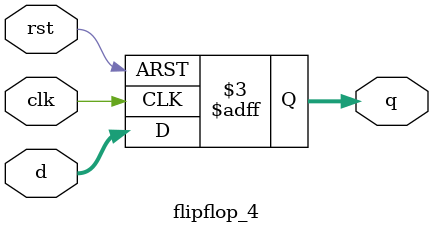
<source format=sv>
module flipflop_4 (
   input [3:0] d,
   input clk,
   input rst,
   output reg [3:0] q
);
   always @(negedge clk or posedge rst) begin
      if(rst==1) q<=4'b0000;
      else q<=d;
   end
endmodule
</source>
